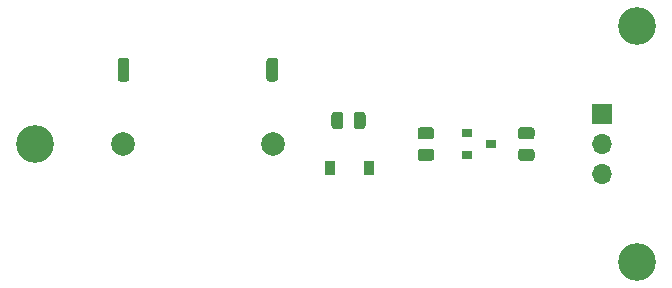
<source format=gbr>
%TF.GenerationSoftware,KiCad,Pcbnew,5.1.10-88a1d61d58~90~ubuntu21.04.1*%
%TF.CreationDate,2021-07-30T13:58:04+02:00*%
%TF.ProjectId,Detector_SMD_Simple,44657465-6374-46f7-925f-534d445f5369,rev?*%
%TF.SameCoordinates,Original*%
%TF.FileFunction,Soldermask,Top*%
%TF.FilePolarity,Negative*%
%FSLAX46Y46*%
G04 Gerber Fmt 4.6, Leading zero omitted, Abs format (unit mm)*
G04 Created by KiCad (PCBNEW 5.1.10-88a1d61d58~90~ubuntu21.04.1) date 2021-07-30 13:58:04*
%MOMM*%
%LPD*%
G01*
G04 APERTURE LIST*
%ADD10O,1.700000X1.700000*%
%ADD11R,1.700000X1.700000*%
%ADD12C,2.000000*%
%ADD13C,3.200000*%
%ADD14R,0.900000X0.800000*%
%ADD15R,0.900000X1.200000*%
G04 APERTURE END LIST*
%TO.C,J1*%
G36*
G01*
X73600000Y-44450000D02*
X73600000Y-42950000D01*
G75*
G02*
X73850000Y-42700000I250000J0D01*
G01*
X74350000Y-42700000D01*
G75*
G02*
X74600000Y-42950000I0J-250000D01*
G01*
X74600000Y-44450000D01*
G75*
G02*
X74350000Y-44700000I-250000J0D01*
G01*
X73850000Y-44700000D01*
G75*
G02*
X73600000Y-44450000I0J250000D01*
G01*
G37*
%TD*%
%TO.C,J2*%
G36*
G01*
X61000000Y-44450000D02*
X61000000Y-42950000D01*
G75*
G02*
X61250000Y-42700000I250000J0D01*
G01*
X61750000Y-42700000D01*
G75*
G02*
X62000000Y-42950000I0J-250000D01*
G01*
X62000000Y-44450000D01*
G75*
G02*
X61750000Y-44700000I-250000J0D01*
G01*
X61250000Y-44700000D01*
G75*
G02*
X61000000Y-44450000I0J250000D01*
G01*
G37*
%TD*%
%TO.C,R4*%
G36*
G01*
X95149998Y-50400000D02*
X96050002Y-50400000D01*
G75*
G02*
X96300000Y-50649998I0J-249998D01*
G01*
X96300000Y-51175002D01*
G75*
G02*
X96050002Y-51425000I-249998J0D01*
G01*
X95149998Y-51425000D01*
G75*
G02*
X94900000Y-51175002I0J249998D01*
G01*
X94900000Y-50649998D01*
G75*
G02*
X95149998Y-50400000I249998J0D01*
G01*
G37*
G36*
G01*
X95149998Y-48575000D02*
X96050002Y-48575000D01*
G75*
G02*
X96300000Y-48824998I0J-249998D01*
G01*
X96300000Y-49350002D01*
G75*
G02*
X96050002Y-49600000I-249998J0D01*
G01*
X95149998Y-49600000D01*
G75*
G02*
X94900000Y-49350002I0J249998D01*
G01*
X94900000Y-48824998D01*
G75*
G02*
X95149998Y-48575000I249998J0D01*
G01*
G37*
%TD*%
D10*
%TO.C,J3*%
X102000000Y-52540000D03*
X102000000Y-50000000D03*
D11*
X102000000Y-47460000D03*
%TD*%
D12*
%TO.C,CT1*%
X74150000Y-50000000D03*
X61450000Y-50000000D03*
%TD*%
D13*
%TO.C,H3*%
X105000000Y-60000000D03*
%TD*%
%TO.C,H2*%
X105000000Y-40000000D03*
%TD*%
%TO.C,H1*%
X54000000Y-50000000D03*
%TD*%
%TO.C,R2*%
G36*
G01*
X86649998Y-50400000D02*
X87550002Y-50400000D01*
G75*
G02*
X87800000Y-50649998I0J-249998D01*
G01*
X87800000Y-51175002D01*
G75*
G02*
X87550002Y-51425000I-249998J0D01*
G01*
X86649998Y-51425000D01*
G75*
G02*
X86400000Y-51175002I0J249998D01*
G01*
X86400000Y-50649998D01*
G75*
G02*
X86649998Y-50400000I249998J0D01*
G01*
G37*
G36*
G01*
X86649998Y-48575000D02*
X87550002Y-48575000D01*
G75*
G02*
X87800000Y-48824998I0J-249998D01*
G01*
X87800000Y-49350002D01*
G75*
G02*
X87550002Y-49600000I-249998J0D01*
G01*
X86649998Y-49600000D01*
G75*
G02*
X86400000Y-49350002I0J249998D01*
G01*
X86400000Y-48824998D01*
G75*
G02*
X86649998Y-48575000I249998J0D01*
G01*
G37*
%TD*%
D14*
%TO.C,Q3*%
X92600000Y-50000000D03*
X90600000Y-50950000D03*
X90600000Y-49050000D03*
%TD*%
D15*
%TO.C,D1*%
X78950000Y-52000000D03*
X82250000Y-52000000D03*
%TD*%
%TO.C,C1*%
G36*
G01*
X80100000Y-47525000D02*
X80100000Y-48475000D01*
G75*
G02*
X79850000Y-48725000I-250000J0D01*
G01*
X79350000Y-48725000D01*
G75*
G02*
X79100000Y-48475000I0J250000D01*
G01*
X79100000Y-47525000D01*
G75*
G02*
X79350000Y-47275000I250000J0D01*
G01*
X79850000Y-47275000D01*
G75*
G02*
X80100000Y-47525000I0J-250000D01*
G01*
G37*
G36*
G01*
X82000000Y-47525000D02*
X82000000Y-48475000D01*
G75*
G02*
X81750000Y-48725000I-250000J0D01*
G01*
X81250000Y-48725000D01*
G75*
G02*
X81000000Y-48475000I0J250000D01*
G01*
X81000000Y-47525000D01*
G75*
G02*
X81250000Y-47275000I250000J0D01*
G01*
X81750000Y-47275000D01*
G75*
G02*
X82000000Y-47525000I0J-250000D01*
G01*
G37*
%TD*%
M02*

</source>
